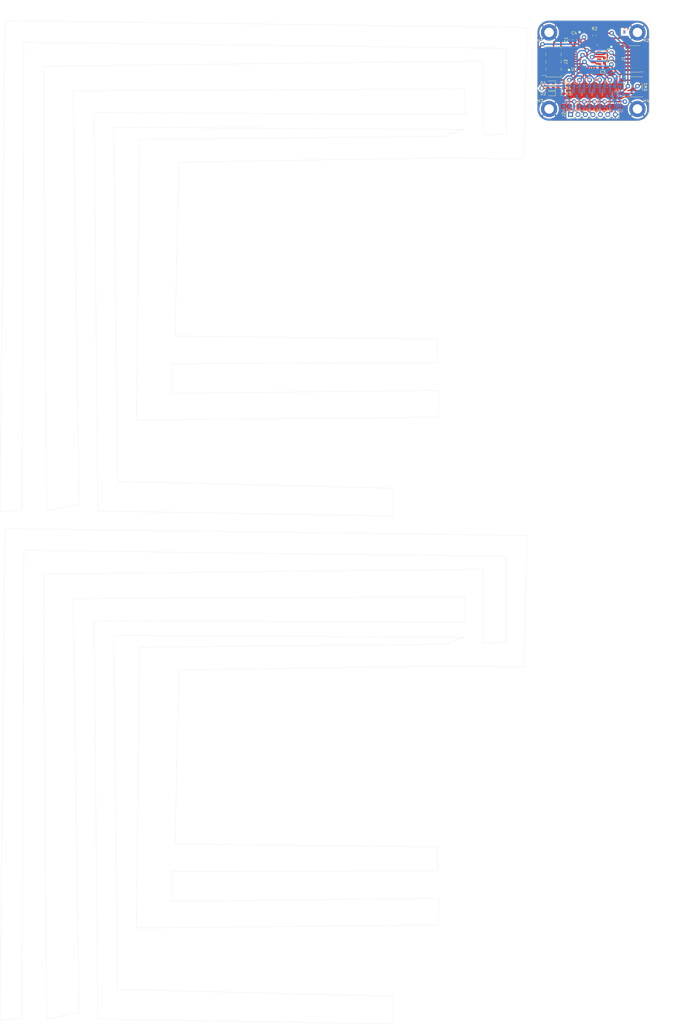
<source format=kicad_pcb>
(kicad_pcb (version 20221018) (generator pcbnew)
  (layers (0 "F.Cu" signal) (31 "B.Cu" signal) (34 "B.Paste" user) (35 "F.Paste" user) (36 "B.SilkS" user "B.Silkscreen") (37 "F.SilkS" user "F.Silkscreen") (38 "B.Mask" user) (39 "F.Mask" user) (44 "Edge.Cuts" user))
  (net 0 "")
  (net 1 "+5V-v2-")
  (net 2 "GND-v2-")
  (net 3 "+3.3V-v2-")
  (net 4 "Net-(D1-K)-v2-")
  (net 6 "Net-(D3-K)-v2-")
  (net 7 "Status_LED-v2-")
  (net 8 "Data_Clock_SNES-v2-")
  (net 9 "Data_Latch_SNES-v2-")
  (net 10 "Net-(D2-K)-v2-")
  (net 11 "Serial_Data1_SNES-v2-")
  (net 12 "Serial_Data2_SNES-v2-")
  (net 13 "SPI_Chip_Select-v2-")
  (net 14 "Chip_Enable-v2-")
  (net 15 "SPI_Digital_Input-v2-")
  (net 16 "SPI_Clock-v2-")
  (net 17 "SPI_Digital_Output-v2-")
  (net 18 "IOBit_SNES-v2-")
  (net 19 "Data_Clock_STM32-v2-")
  (net 20 "Data_Latch_STM32-v2-")
  (net 21 "Appairing_Btn-v2-")
  (net 22 "Net-(U2-BP)-v2-")
  (net 23 "SWDIO-v2-")
  (net 24 "SWDCK-v2-")
  (net 27 "NRST-v2-")
  (net 28 "USART2_RX-v2-")
  (net 29 "USART2_TX-v2-")
  (net 30 "Serial_Data1_STM32-v2-")
  (net 31 "IOBit_STM32-v2-")
  (net 32 "Serial_Data2_STM32-v2-")
  (footprint "Resistor_SMD:R_0603_1608Metric_Pad0.98x0.95mm_HandSolder" (layer "F.Cu") (at 203.17 6.32 90)
    (fp_text reference "R2")
    (fp_text value "10k")
  )
  (footprint "Button_Switch_SMD:SW_SPST_B3S-1000" (layer "F.Cu") (at 216.25 23.75 180)
    (fp_text reference "SW1")
    (fp_text value "SW_SPST")
  )
  (footprint "MountingHole:MountingHole_3.2mm_M3_DIN965_Pad" (layer "F.Cu") (at 187.75 5.25)
    (fp_text reference "H1")
    (fp_text value "MountingHole_Pad")
  )
  (footprint "Diode_SMD:D_0603_1608Metric_Pad1.05x0.95mm_HandSolder" (layer "F.Cu") (at 188.26875 22.45 180)
    (fp_text reference "D1")
    (fp_text value "LED_Small")
  )
  (footprint "Resistor_SMD:R_0603_1608Metric_Pad0.98x0.95mm_HandSolder" (layer "F.Cu") (at 191.76875 26.05)
    (fp_text reference "R3")
    (fp_text value "1k")
  )
  (footprint "Connector_PinSocket_2.54mm:PinSocket_2x04_P2.54mm_Vertical_SMD" (layer "F.Cu") (at 189.25 15.25 180)
    (fp_text reference "J3")
    (fp_text value "Conn_01x08_Socket")
  )
  (footprint "Capacitor_SMD:C_0603_1608Metric_Pad1.08x0.95mm_HandSolder" (layer "F.Cu") (at 196.55 7.75 90)
    (fp_text reference "C4")
    (fp_text value "100n")
  )
  (footprint "Resistor_SMD:R_0603_1608Metric_Pad0.98x0.95mm_HandSolder" (layer "F.Cu") (at 191.76875 22.45)
    (fp_text reference "R1")
    (fp_text value "1k")
  )
  (footprint "Connector_PinHeader_1.27mm:PinHeader_2x07_P1.27mm_Vertical_SMD" (layer "F.Cu") (at 216.75 14.25 180)
    (fp_text reference "J1")
    (fp_text value "Conn_02x07_Odd_Even")
  )
  (footprint "Diode_SMD:D_0603_1608Metric_Pad1.05x0.95mm_HandSolder" (layer "F.Cu") (at 188.26875 24.25 180)
    (fp_text reference "D3")
    (fp_text value "LED")
  )
  (footprint "Capacitor_SMD:C_0603_1608Metric_Pad1.08x0.95mm_HandSolder" (layer "F.Cu") (at 206.0025 17.19)
    (fp_text reference "C3")
    (fp_text value "100n")
  )
  (footprint "Resistor_SMD:R_0603_1608Metric_Pad0.98x0.95mm_HandSolder" (layer "F.Cu") (at 191.76875 24.25)
    (fp_text reference "R4")
    (fp_text value "1k")
  )
  (footprint "Capacitor_SMD:C_0603_1608Metric_Pad1.08x0.95mm_HandSolder" (layer "F.Cu") (at 195.05 7.75 90)
    (fp_text reference "C1")
    (fp_text value "10u")
  )
  (footprint "MountingHole:MountingHole_3.2mm_M3_DIN965_Pad" (layer "F.Cu") (at 187.75 31.25)
    (fp_text reference "H3")
    (fp_text value "MountingHole_Pad")
  )
  (footprint "Package_QFP:LQFP-32_7x7mm_P0.8mm" (layer "F.Cu") (at 200.6 13.15 180)
    (fp_text reference "U1")
    (fp_text value "STM32L412KBTx")
  )
  (footprint "Diode_SMD:D_0603_1608Metric_Pad1.05x0.95mm_HandSolder" (layer "F.Cu") (at 188.26875 26.05 180)
    (fp_text reference "D2")
    (fp_text value "LED_Small")
  )
  (footprint "MountingHole:MountingHole_3.2mm_M3_DIN965_Pad" (layer "F.Cu") (at 217.75 5.25)
    (fp_text reference "H2")
    (fp_text value "MountingHole_Pad")
  )
  (footprint "Capacitor_SMD:C_0603_1608Metric_Pad1.08x0.95mm_HandSolder" (layer "F.Cu") (at 206.51 14.8025 90)
    (fp_text reference "C2")
    (fp_text value "100n")
  )
  (footprint "Connector_PinHeader_2.54mm:PinHeader_1x07_P2.54mm_Vertical" (layer "F.Cu") (at 195 33.15 90)
    (fp_text reference "J2")
    (fp_text value "Conn_01x07_Socket")
  )
  (footprint "MountingHole:MountingHole_3.2mm_M3_DIN965_Pad" (layer "F.Cu") (at 217.75 31.25)
    (fp_text reference "H4")
    (fp_text value "MountingHole_Pad")
  )
  (footprint "Capacitor_SMD:C_0603_1608Metric_Pad1.08x0.95mm_HandSolder" (layer "F.Cu") (at 206.51 11.5 90)
    (fp_text reference "C5")
    (fp_text value "100n")
  )
  (footprint "Resistor_SMD:R_0603_1608Metric_Pad0.98x0.95mm_HandSolder" (layer "B.Cu") (at 193.7 30.35)
    (fp_text reference "R10")
    (fp_text value "10k")
  )
  (footprint "Package_SO:MSOP-8_3x3mm_P0.65mm" (layer "B.Cu") (at 211.0125 27.9 -90)
    (fp_text reference "U2")
    (fp_text value "MIC5219-3.3YMM")
  )
  (footprint "Resistor_SMD:R_0603_1608Metric_Pad0.98x0.95mm_HandSolder" (layer "B.Cu") (at 204.05 30.35)
    (fp_text reference "R13")
    (fp_text value "10k")
  )
  (footprint "Resistor_SMD:R_0603_1608Metric_Pad0.98x0.95mm_HandSolder" (layer "B.Cu") (at 197.15 30.35)
    (fp_text reference "R11")
    (fp_text value "10k")
  )
  (footprint "Resistor_SMD:R_0603_1608Metric_Pad0.98x0.95mm_HandSolder" (layer "B.Cu") (at 200.6 23.45)
    (fp_text reference "R7")
    (fp_text value "10k")
  )
  (footprint "Package_TO_SOT_SMD:SOT-23" (layer "B.Cu") (at 193.7 26.15 -90)
    (fp_text reference "Q1")
    (fp_text value "2N7002")
  )
  (footprint "Resistor_SMD:R_0603_1608Metric_Pad0.98x0.95mm_HandSolder" (layer "B.Cu") (at 204.05 23.45)
    (fp_text reference "R8")
    (fp_text value "10k")
  )
  (footprint "Resistor_SMD:R_0603_1608Metric_Pad0.98x0.95mm_HandSolder" (layer "B.Cu") (at 207.5 23.45)
    (fp_text reference "R9")
    (fp_text value "10k")
  )
  (footprint "Resistor_SMD:R_0603_1608Metric_Pad0.98x0.95mm_HandSolder" (layer "B.Cu") (at 193.7 23.45)
    (fp_text reference "R5")
    (fp_text value "10k")
  )
  (footprint "Capacitor_SMD:C_0603_1608Metric_Pad1.08x0.95mm_HandSolder" (layer "B.Cu") (at 210.9 22.2 180)
    (fp_text reference "C7")
    (fp_text value "2.2u")
  )
  (footprint "Package_TO_SOT_SMD:SOT-23" (layer "B.Cu") (at 200.6 26.15 -90)
    (fp_text reference "Q3")
    (fp_text value "2N7002")
  )
  (footprint "Package_TO_SOT_SMD:SOT-23" (layer "B.Cu") (at 197.15 26.15 -90)
    (fp_text reference "Q2")
    (fp_text value "2N7002")
  )
  (footprint "Resistor_SMD:R_0603_1608Metric_Pad0.98x0.95mm_HandSolder" (layer "B.Cu") (at 197.15 23.45)
    (fp_text reference "R6")
    (fp_text value "10k")
  )
  (footprint "Resistor_SMD:R_0603_1608Metric_Pad0.98x0.95mm_HandSolder" (layer "B.Cu") (at 200.6 30.35)
    (fp_text reference "R12")
    (fp_text value "10k")
  )
  (footprint "Resistor_SMD:R_0603_1608Metric_Pad0.98x0.95mm_HandSolder" (layer "B.Cu") (at 207.5 30.35)
    (fp_text reference "R14")
    (fp_text value "10k")
  )
  (footprint "Package_TO_SOT_SMD:SOT-23" (layer "B.Cu") (at 207.5 26.15 -90)
    (fp_text reference "Q5")
    (fp_text value "2N7002")
  )
  (footprint "Package_TO_SOT_SMD:SOT-23" (layer "B.Cu") (at 204.05 26.15 -90)
    (fp_text reference "Q4")
    (fp_text value "2N7002")
  )
  (footprint "Capacitor_SMD:C_0603_1608Metric_Pad1.08x0.95mm_HandSolder" (layer "B.Cu") (at 210.9 23.7 180)
    (fp_text reference "C6")
    (fp_text value "470p")
  )
  (gr_line (start 149.659937 281.86989) (end 60.679937 280.85989) (stroke (width 0.05)) (layer "Edge.Cuts"))
  (gr_line (start 60.679937 280.85989) (end 62.029937 221.76989) (stroke (width 0.05)) (layer "Edge.Cuts"))
  (gr_line (start 165.439937 40.19989) (end 165.439937 15.01989) (stroke (width 0.05)) (layer "Edge.Cuts"))
  (gr_line (start 165.439937 15.01989) (end 16.029937 16.69989) (stroke (width 0.05)) (layer "Edge.Cuts"))
  (gr_line (start 47.589937 309.39989) (end 149.999937 308.38989) (stroke (width 0.05)) (layer "Edge.Cuts"))
  (gr_line (start 159.059937 24.41989) (end 159.399937 33.14989) (stroke (width 0.05)) (layer "Edge.Cuts"))
  (gr_line (start 26.099937 25.08989) (end 159.059937 24.41989) (stroke (width 0.05)) (layer "Edge.Cuts"))
  (gr_line (start 16.029937 189.19989) (end 17.039937 340.28989) (stroke (width 0.05)) (layer "Edge.Cuts"))
  (gr_line (start 2.929937 173.74989) (end 1.249937 340.62989) (stroke (width 0.05)) (layer "Edge.Cuts"))
  (gr_line (start 41.209937 157.71989) (end 39.869937 37.50989) (stroke (width 0.05)) (layer "Edge.Cuts"))
  (gr_line (start 134.889937 341.96989) (end 134.889937 332.56989) (stroke (width 0.05)) (layer "Edge.Cuts"))
  (gr_line (start 28.119937 165.43989) (end 26.099937 25.08989) (stroke (width 0.05)) (layer "Edge.Cuts"))
  (gr_line (start 134.889937 332.56989) (end 41.209937 330.21989) (stroke (width 0.05)) (layer "Edge.Cuts"))
  (gr_line (start 48.599937 41.53989) (end 47.589937 136.89989) (stroke (width 0.05)) (layer "Edge.Cuts"))
  (gr_line (start 59.679937 300.32989) (end 59.679937 290.25989) (stroke (width 0.05)) (layer "Edge.Cuts"))
  (gr_line (start 159.399937 33.14989) (end 33.149937 32.47989) (stroke (width 0.05)) (layer "Edge.Cuts"))
  (gr_line (start 34.489937 167.78989) (end 134.889937 169.46989) (stroke (width 0.05)) (layer "Edge.Cuts"))
  (gr_line (start 158.729937 210.68989) (end 152.349937 213.03989) (stroke (width 0.05)) (layer "Edge.Cuts"))
  (gr_line (start 62.029937 49.26989) (end 153.019937 47.91989) (stroke (width 0.05)) (layer "Edge.Cuts"))
  (gr_line (start 9.309937 181.13989) (end 173.159937 183.14989) (stroke (width 0.05)) (layer "Edge.Cuts"))
  (gr_line (start 217.75 35.25) (end 187.75 35.25) (stroke (width 0.1)) (layer "Edge.Cuts"))
  (gr_line (start 41.209937 330.21989) (end 39.869937 210.00989) (stroke (width 0.05)) (layer "Edge.Cuts"))
  (gr_line (start 16.029937 16.69989) (end 17.039937 167.78989) (stroke (width 0.05)) (layer "Edge.Cuts"))
  (gr_line (start 8.639937 167.44989) (end 9.309937 8.63989) (stroke (width 0.05)) (layer "Edge.Cuts"))
  (gr_line (start 152.349937 40.53989) (end 48.599937 41.53989) (stroke (width 0.05)) (layer "Edge.Cuts"))
  (gr_line (start 39.869937 37.50989) (end 158.729937 38.18989) (stroke (width 0.05)) (layer "Edge.Cuts"))
  (gr_line (start 134.889937 160.06989) (end 41.209937 157.71989) (stroke (width 0.05)) (layer "Edge.Cuts"))
  (gr_line (start 180.219937 3.59989) (end 2.929937 1.24989) (stroke (width 0.05)) (layer "Edge.Cuts"))
  (gr_line (start 152.349937 213.03989) (end 48.599937 214.03989) (stroke (width 0.05)) (layer "Edge.Cuts"))
  (gr_line (start 9.309937 8.63989) (end 173.159937 10.64989) (stroke (width 0.05)) (layer "Edge.Cuts"))
  (gr_line (start 180.219937 176.09989) (end 2.929937 173.74989) (stroke (width 0.05)) (layer "Edge.Cuts"))
  (gr_line (start 159.059937 196.91989) (end 159.399937 205.64989) (stroke (width 0.05)) (layer "Edge.Cuts"))
  (gr_line (start 149.659937 109.36989) (end 60.679937 108.35989) (stroke (width 0.05)) (layer "Edge.Cuts"))
  (gr_line (start 60.679937 108.35989) (end 62.029937 49.26989) (stroke (width 0.05)) (layer "Edge.Cuts"))
  (gr_line (start 62.029937 221.76989) (end 153.019937 220.41989) (stroke (width 0.05)) (layer "Edge.Cuts"))
  (gr_line (start 173.159937 183.14989) (end 173.159937 212.35989) (stroke (width 0.05)) (layer "Edge.Cuts"))
  (gr_line (start 173.159937 10.64989) (end 173.159937 39.85989) (stroke (width 0.05)) (layer "Edge.Cuts"))
  (gr_line (start 33.149937 32.47989) (end 34.489937 167.78989) (stroke (width 0.05)) (layer "Edge.Cuts"))
  (gr_line (start 33.149937 204.97989) (end 34.489937 340.28989) (stroke (width 0.05)) (layer "Edge.Cuts"))
  (gr_line (start 2.929937 1.24989) (end 1.249937 168.12989) (stroke (width 0.05)) (layer "Edge.Cuts"))
  (gr_line (start 153.019937 47.91989) (end 179.209937 48.25989) (stroke (width 0.05)) (layer "Edge.Cuts"))
  (gr_line (start 149.999937 289.92989) (end 149.659937 281.86989) (stroke (width 0.05)) (layer "Edge.Cuts"))
  (gr_line (start 39.869937 210.00989) (end 158.729937 210.68989) (stroke (width 0.05)) (layer "Edge.Cuts"))
  (gr_line (start 26.099937 197.58989) (end 159.059937 196.91989) (stroke (width 0.05)) (layer "Edge.Cuts"))
  (gr_line (start 149.999937 308.38989) (end 150.329937 299.32989) (stroke (width 0.05)) (layer "Edge.Cuts"))
  (gr_line (start 173.159937 212.35989) (end 165.439937 212.69989) (stroke (width 0.05)) (layer "Edge.Cuts"))
  (gr_line (start 150.329937 126.82989) (end 59.679937 127.82989) (stroke (width 0.05)) (layer "Edge.Cuts"))
  (gr_arc (start 187.75 35.25) (mid 184.921573 34.078427) (end 183.75 31.25) (stroke (width 0.1)) (layer "Edge.Cuts"))
  (gr_line (start 165.439937 187.51989) (end 16.029937 189.19989) (stroke (width 0.05)) (layer "Edge.Cuts"))
  (gr_line (start 179.209937 220.75989) (end 180.219937 176.09989) (stroke (width 0.05)) (layer "Edge.Cuts"))
  (gr_line (start 187.75 1.25) (end 217.75 1.25) (stroke (width 0.1)) (layer "Edge.Cuts"))
  (gr_arc (start 217.75 1.25) (mid 220.578427 2.421573) (end 221.75 5.25) (stroke (width 0.1)) (layer "Edge.Cuts"))
  (gr_line (start 159.399937 205.64989) (end 33.149937 204.97989) (stroke (width 0.05)) (layer "Edge.Cuts"))
  (gr_line (start 153.019937 220.41989) (end 179.209937 220.75989) (stroke (width 0.05)) (layer "Edge.Cuts"))
  (gr_line (start 149.999937 135.88989) (end 150.329937 126.82989) (stroke (width 0.05)) (layer "Edge.Cuts"))
  (gr_line (start 8.639937 339.94989) (end 9.309937 181.13989) (stroke (width 0.05)) (layer "Edge.Cuts"))
  (gr_line (start 134.889937 169.46989) (end 134.889937 160.06989) (stroke (width 0.05)) (layer "Edge.Cuts"))
  (gr_line (start 165.439937 212.69989) (end 165.439937 187.51989) (stroke (width 0.05)) (layer "Edge.Cuts"))
  (gr_line (start 59.679937 290.25989) (end 149.999937 289.92989) (stroke (width 0.05)) (layer "Edge.Cuts"))
  (gr_line (start 173.159937 39.85989) (end 165.439937 40.19989) (stroke (width 0.05)) (layer "Edge.Cuts"))
  (gr_line (start 28.119937 337.93989) (end 26.099937 197.58989) (stroke (width 0.05)) (layer "Edge.Cuts"))
  (gr_line (start 47.589937 136.89989) (end 149.999937 135.88989) (stroke (width 0.05)) (layer "Edge.Cuts"))
  (gr_line (start 158.729937 38.18989) (end 152.349937 40.53989) (stroke (width 0.05)) (layer "Edge.Cuts"))
  (gr_line (start 1.249937 168.12989) (end 8.639937 167.44989) (stroke (width 0.05)) (layer "Edge.Cuts"))
  (gr_line (start 17.039937 167.78989) (end 28.119937 165.43989) (stroke (width 0.05)) (layer "Edge.Cuts"))
  (gr_line (start 34.489937 340.28989) (end 134.889937 341.96989) (stroke (width 0.05)) (layer "Edge.Cuts"))
  (gr_line (start 221.75 5.25) (end 221.75 31.25) (stroke (width 0.1)) (layer "Edge.Cuts"))
  (gr_line (start 179.209937 48.25989) (end 180.219937 3.59989) (stroke (width 0.05)) (layer "Edge.Cuts"))
  (gr_line (start 1.249937 340.62989) (end 8.639937 339.94989) (stroke (width 0.05)) (layer "Edge.Cuts"))
  (gr_line (start 150.329937 299.32989) (end 59.679937 300.32989) (stroke (width 0.05)) (layer "Edge.Cuts"))
  (gr_line (start 17.039937 340.28989) (end 28.119937 337.93989) (stroke (width 0.05)) (layer "Edge.Cuts"))
  (gr_line (start 149.999937 117.42989) (end 149.659937 109.36989) (stroke (width 0.05)) (layer "Edge.Cuts"))
  (gr_line (start 59.679937 127.82989) (end 59.679937 117.75989) (stroke (width 0.05)) (layer "Edge.Cuts"))
  (gr_arc (start 221.75 31.25) (mid 220.578427 34.078427) (end 217.75 35.25) (stroke (width 0.1)) (layer "Edge.Cuts"))
  (gr_line (start 48.599937 214.03989) (end 47.589937 309.39989) (stroke (width 0.05)) (layer "Edge.Cuts"))
  (gr_line (start 59.679937 117.75989) (end 149.999937 117.42989) (stroke (width 0.05)) (layer "Edge.Cuts"))
  (gr_arc (start 183.75 5.25) (mid 184.921573 2.421573) (end 187.75 1.25) (stroke (width 0.1)) (layer "Edge.Cuts"))
  (gr_line (start 183.75 31.25) (end 183.75 5.25) (stroke (width 0.1)) (layer "Edge.Cuts"))
  (gr_text "T" (at 212.75 5.75) (layer "F.Cu") (effects (font (size 1 1)) (justify left bottom)))
  (gr_text "SNES Plug" (at 205.75 3.75) (layer "F.Cu") (effects (font (size 1 1)) (justify left bottom)))
  (gr_text "B" (at 212.75 5.75) (layer "B.Cu") (effects (font (size 1 1)) (justify left bottom)))
  (segment (start 190.25 27.5) (end 191.5 28.75) (width 0.5) (layer "F.Cu") (net 1))
  (segment (start 188.809189 27.5) (end 190.25 27.5) (width 0.5) (layer "F.Cu") (net 1))
  (segment (start 187.39375 26.084561) (end 188.809189 27.5) (width 0.5) (layer "F.Cu") (net 1))
  (segment (start 191.5 28.75) (end 196.2375 28.75) (width 0.5) (layer "F.Cu") (net 1))
  (segment (start 203.1375 28.75) (end 206.5875 28.75) (width 0.5) (layer "F.Cu") (net 1))
  (segment (start 206.5875 28.75) (end 213.5 28.75) (width 0.5) (layer "F.Cu") (net 1))
  (segment (start 196.2375 28.75) (end 199.6875 28.75) (width 0.3) (layer "F.Cu") (net 1))
  (segment (start 187.39375 26.05) (end 187.39375 26.084561) (width 0.5) (layer "F.Cu") (net 1))
  (segment (start 196.2375 28.75) (end 196.2375 31.9125) (width 0.5) (layer "F.Cu") (net 1))
  (segment (start 196.2375 31.9125) (end 195 33.15) (width 0.5) (layer "F.Cu") (net 1))
  (segment (start 203.1375 28.75) (end 199.6875 28.75) (width 0.5) (layer "F.Cu") (net 1))
  (via (at 199.6875 28.75) (size 1.6) (drill 0.8) (layers "F.Cu" "B.Cu") (net 1))
  (via (at 206.5875 28.75) (size 1.6) (drill 0.8) (layers "F.Cu" "B.Cu") (net 1))
  (via (at 213.5 28.75) (size 1.6) (drill 0.8) (layers "F.Cu" "B.Cu") (net 1))
  (via (at 203.1375 28.75) (size 1.6) (drill 0.8) (layers "F.Cu" "B.Cu") (net 1))
  (via (at 196.2375 28.75) (size 1.6) (drill 0.8) (layers "F.Cu" "B.Cu") (net 1))
  (segment (start 206.5875 28.75) (end 206.5875 30.35) (width 0.5) (layer "B.Cu") (net 1))
  (segment (start 213.5 28.75) (end 213.4 28.65) (width 0.5) (layer "B.Cu") (net 1))
  (segment (start 196.2375 30.35) (end 196.2375 28.75) (width 0.5) (layer "B.Cu") (net 1))
  (segment (start 213.4 28.65) (end 212.106739 28.65) (width 0.5) (layer "B.Cu") (net 1))
  (segment (start 203.1375 28.75) (end 203.1375 30.35) (width 0.5) (layer "B.Cu") (net 1))
  (segment (start 199.6875 28.75) (end 199.6875 30.35) (width 0.5) (layer "B.Cu") (net 1))
  (segment (start 195 32.5625) (end 192.7875 30.35) (width 0.5) (layer "B.Cu") (net 1))
  (segment (start 212.106739 28.65) (end 210.6875 27.230761) (width 0.5) (layer "B.Cu") (net 1))
  (segment (start 210.6875 25.7875) (end 210.6875 27.230761) (width 0.3) (layer "B.Cu") (net 1))
  (segment (start 195 33.15) (end 195 32.5625) (width 0.5) (layer "B.Cu") (net 1))
  (segment (start 198.1 5.15) (end 197.8 5.45) (width 0.5) (layer "F.Cu") (net 2))
  (segment (start 204.29 18.215) (end 205.84 18.215) (width 0.5) (layer "F.Cu") (net 2))
  (segment (start 203.4 17.325) (end 204.29 18.215) (width 0.5) (layer "F.Cu") (net 2))
  (segment (start 207.535 11.6625) (end 206.51 10.6375) (width 0.5) (layer "F.Cu") (net 2))
  (segment (start 193.44 19.06) (end 191.77 19.06) (width 0.5) (layer "F.Cu") (net 2))
  (segment (start 196.55 6.8875) (end 196.55 6.7) (width 0.5) (layer "F.Cu") (net 2))
  (segment (start 196.55 6.7) (end 198.1 5.15) (width 0.5) (layer "F.Cu") (net 2))
  (segment (start 206.51 15.665) (end 206.51 15.591193) (width 0.5) (layer "F.Cu") (net 2))
  (segment (start 206.865 16.02) (end 206.51 15.665) (width 0.5) (layer "F.Cu") (net 2))
  (segment (start 205.84 18.215) (end 206.865 17.19) (width 0.5) (layer "F.Cu") (net 2))
  (segment (start 194.5 18) (end 193.44 19.06) (width 0.5) (layer "F.Cu") (net 2))
  (segment (start 206.865 17.19) (end 206.865 16.02) (width 0.5) (layer "F.Cu") (net 2))
  (segment (start 197.8 5.45) (end 197.8 8.975) (width 0.5) (layer "F.Cu") (net 2))
  (segment (start 208.899189 10.15) (end 208.411689 10.6375) (width 0.5) (layer "F.Cu") (net 2))
  (segment (start 206.51 15.591193) (end 207.535 14.566193) (width 0.5) (layer "F.Cu") (net 2))
  (segment (start 195.05 6.8875) (end 196.55 6.8875) (width 0.5) (layer "F.Cu") (net 2))
  (segment (start 207.535 14.566193) (end 207.535 11.6625) (width 0.5) (layer "F.Cu") (net 2))
  (segment (start 208.411689 10.6375) (end 206.51 10.6375) (width 0.5) (layer "F.Cu") (net 2))
  (via (at 194.5 18) (size 1.6) (drill 0.8) (layers "F.Cu" "B.Cu") (net 2))
  (via (at 210.0375 20.15) (size 1.6) (drill 0.8) (layers "F.Cu" "B.Cu") (net 2))
  (via (at 198.1 5.15) (size 1.6) (drill 0.8) (layers "F.Cu" "B.Cu") (net 2))
  (via (at 208.899189 10.15) (size 1.6) (drill 0.8) (layers "F.Cu" "B.Cu") (net 2))
  (segment (start 206.15 10.15) (end 201.15 5.15) (width 0.5) (layer "B.Cu") (net 2))
  (segment (start 210.0375 22.2) (end 210.0375 23.7) (width 0.5) (layer "B.Cu") (net 2))
  (segment (start 210.0375 22.2) (end 210.0375 20.15) (width 0.5) (layer "B.Cu") (net 2))
  (segment (start 201.15 5.15) (end 198.1 5.15) (width 0.5) (layer "B.Cu") (net 2))
  (segment (start 208.899189 10.15) (end 206.15 10.15) (width 0.5) (layer "B.Cu") (net 2))
  (segment (start 210.0375 20.1875) (end 210 20.15) (width 0.5) (layer "B.Cu") (net 2))
  (segment (start 203.420406 15.5) (end 202.290811 15.5) (width 0.5) (layer "F.Cu") (net 3))
  (segment (start 217.75 23.5) (end 218.225 23.5) (width 0.5) (layer "F.Cu") (net 3))
  (segment (start 185.25 24.25) (end 185.25 20.54) (width 0.5) (layer "F.Cu") (net 3))
  (segment (start 205.14 16.315) (end 204.775 15.95) (width 0.5) (layer "F.Cu") (net 3))
  (segment (start 199.55 10.35) (end 196.425 10.35) (width 0.5) (layer "F.Cu") (net 3))
  (segment (start 200.6 11.4) (end 199.55 10.35) (width 0.5) (layer "F.Cu") (net 3))
  (segment (start 200.6 13.809189) (end 200.6 11.4) (width 0.5) (layer "F.Cu") (net 3))
  (segment (start 220.225 21.5) (end 220.75 20.975) (width 0.5) (layer "F.Cu") (net 3))
  (segment (start 204.775 15.95) (end 203.870406 15.95) (width 0.5) (layer "F.Cu") (net 3))
  (segment (start 196.425 10.35) (end 196.425 8.7375) (width 0.5) (layer "F.Cu") (net 3))
  (segment (start 196.425 8.7375) (end 196.55 8.6125) (width 0.5) (layer "F.Cu") (net 3))
  (segment (start 203.870406 15.95) (end 203.420406 15.5) (width 0.5) (layer "F.Cu") (net 3))
  (segment (start 206.51 12.3625) (end 206.1225 12.75) (width 0.5) (layer "F.Cu") (net 3))
  (segment (start 206.1225 12.75) (end 204.775 12.75) (width 0.5) (layer "F.Cu") (net 3))
  (segment (start 202.4 11.4) (end 200.6 11.4) (width 0.5) (layer "F.Cu") (net 3))
  (segment (start 220.4 16.79) (end 220.75 17.14) (width 0.5) (layer "F.Cu") (net 3))
  (segment (start 220.75 20.975) (end 220.75 17.14) (width 0.5) (layer "F.Cu") (net 3))
  (segment (start 185.25 20.54) (end 186.73 19.06) (width 0.5) (layer "F.Cu") (net 3))
  (segment (start 187.39375 24.25) (end 185.25 24.25) (width 0.5) (layer "F.Cu") (net 3))
  (segment (start 202.290811 15.5) (end 200.6 13.809189) (width 0.5) (layer "F.Cu") (net 3))
  (segment (start 195.05 8.6125) (end 195.05 8.975) (width 0.5) (layer "F.Cu") (net 3))
  (segment (start 205.14 17.19) (end 205.14 16.315) (width 0.5) (layer "F.Cu") (net 3))
  (segment (start 218.225 23.5) (end 220.225 21.5) (width 0.5) (layer "F.Cu") (net 3))
  (segment (start 195.05 8.975) (end 196.425 10.35) (width 0.5) (layer "F.Cu") (net 3))
  (segment (start 212.275 21.5) (end 220.225 21.5) (width 0.5) (layer "F.Cu") (net 3))
  (segment (start 218.7 16.79) (end 220.4 16.79) (width 0.5) (layer "F.Cu") (net 3))
  (segment (start 204.775 12.75) (end 203.75 12.75) (width 0.5) (layer "F.Cu") (net 3))
  (segment (start 203.75 12.75) (end 202.4 11.4) (width 0.5) (layer "F.Cu") (net 3))
  (via (at 185.25 24.25) (size 1.6) (drill 0.8) (layers "F.Cu" "B.Cu") (net 3))
  (via (at 200.6 11.4) (size 1.6) (drill 0.8) (layers "F.Cu" "B.Cu") (net 3))
  (via (at 217.75 23.5) (size 1.6) (drill 0.8) (layers "F.Cu" "B.Cu") (net 3))
  (segment (start 203.1 25.2125) (end 203.1 23.4875) (width 0.5) (layer "B.Cu") (net 3))
  (segment (start 200.6 11.4) (end 198.35 11.4) (width 0.5) (layer "B.Cu") (net 3))
  (segment (start 199.65 23.4875) (end 199.6875 23.45) (width 0.5) (layer "B.Cu") (net 3))
  (segment (start 214.743261 26.506739) (end 213 26.506739) (width 0.5) (layer "B.Cu") (net 3))
  (segment (start 206.5875 21.115811) (end 205.521689 20.05) (width 0.5) (layer "B.Cu") (net 3))
  (segment (start 197.303311 20.05) (end 196.2375 21.115811) (width 0.5) (layer "B.Cu") (net 3))
  (segment (start 195.171689 20.05) (end 196.2375 21.115811) (width 0.5) (layer "B.Cu") (net 3))
  (segment (start 199.6875 21.115811) (end 200.753311 20.05) (width 0.5) (layer "B.Cu") (net 3))
  (segment (start 210.596689 18.8) (end 208.903311 18.8) (width 0.5) (layer "B.Cu") (net 3))
  (segment (start 194.053311 20.05) (end 195.171689 20.05) (width 0.5) (layer "B.Cu") (net 3))
  (segment (start 186.05 23.45) (end 192.7875 23.45) (width 0.5) (layer "B.Cu") (net 3))
  (segment (start 211.7625 19.965811) (end 210.596689 18.8) (width 0.5) (layer "B.Cu") (net 3))
  (segment (start 203.1375 21.115811) (end 203.1375 23.45) (width 0.5) (layer "B.Cu") (net 3))
  (segment (start 206.5875 23.45) (end 206.5875 21.115811) (width 0.5) (layer "B.Cu") (net 3))
  (segment (start 196.2 25.2125) (end 196.2 23.4875) (width 0.5) (layer "B.Cu") (net 3))
  (segment (start 199.6875 23.45) (end 199.6875 21.115811) (width 0.5) (layer "B.Cu") (net 3))
  (segment (start 206.55 23.4875) (end 206.5875 23.45) (width 0.5) (layer "B.Cu") (net 3))
  (segment (start 199.6875 21.115811) (end 198.621689 20.05) (width 0.5) (layer "B.Cu") (net 3))
  (segment (start 192.75 25.2125) (end 192.75 23.4875) (width 0.5) (layer "B.Cu") (net 3))
  (segment (start 214.743261 26.506739) (end 217.75 23.5) (width 0.5) (layer "B.Cu") (net 3))
  (segment (start 192.75 23.4875) (end 192.7875 23.45) (width 0.5) (layer "B.Cu") (net 3))
  (segment (start 211.3375 25.7875) (end 211.3375 26.727817) (width 0.3) (layer "B.Cu") (net 3))
  (segment (start 208.903311 18.8) (end 206.5875 21.115811) (width 0.5) (layer "B.Cu") (net 3))
  (segment (start 205.521689 20.05) (end 204.203311 20.05) (width 0.5) (layer "B.Cu") (net 3))
  (segment (start 185.25 24.25) (end 186.05 23.45) (width 0.5) (layer "B.Cu") (net 3))
  (segment (start 192.7875 21.315811) (end 194.053311 20.05) (width 0.5) (layer "B.Cu") (net 3))
  (segment (start 212.356739 27.15) (end 211.759683 27.15) (width 0.5) (layer "B.Cu") (net 3))
  (segment (start 203.1 23.4875) (end 203.1375 23.45) (width 0.5) (layer "B.Cu") (net 3))
  (segment (start 213 26.506739) (end 212.356739 27.15) (width 0.5) (layer "B.Cu") (net 3))
  (segment (start 200.753311 20.05) (end 202.071689 20.05) (width 0.5) (layer "B.Cu") (net 3))
  (segment (start 212.45 22.2) (end 211.7625 22.2) (width 0.5) (layer "B.Cu") (net 3))
  (segment (start 197.303311 12.446689) (end 197.303311 20.05) (width 0.5) (layer "B.Cu") (net 3))
  (segment (start 199.65 25.2125) (end 199.65 23.4875) (width 0.5) (layer "B.Cu") (net 3))
  (segment (start 206.55 25.2125) (end 206.55 23.4875) (width 0.5) (layer "B.Cu") (net 3))
  (segment (start 211.3375 26.727817) (end 211.759683 27.15) (width 0.3) (layer "B.Cu") (net 3))
  (segment (start 211.7625 22.2) (end 211.7625 19.965811) (width 0.5) (layer "B.Cu") (net 3))
  (segment (start 196.2375 21.115811) (end 196.2375 23.45) (width 0.5) (layer "B.Cu") (net 3))
  (segment (start 196.2 23.4875) (end 196.2375 23.45) (width 0.5) (layer "B.Cu") (net 3))
  (segment (start 198.35 11.4) (end 197.303311 12.446689) (width 0.5) (layer "B.Cu") (net 3))
  (segment (start 202.071689 20.05) (end 203.1375 21.115811) (width 0.5) (layer "B.Cu") (net 3))
  (segment (start 213 26.506739) (end 213 22.75) (width 0.5) (layer "B.Cu") (net 3))
  (segment (start 213 22.75) (end 212.45 22.2) (width 0.5) (layer "B.Cu") (net 3))
  (segment (start 198.621689 20.05) (end 197.303311 20.05) (width 0.5) (layer "B.Cu") (net 3))
  (segment (start 192.7875 23.45) (end 192.7875 21.315811) (width 0.5) (layer "B.Cu") (net 3))
  (segment (start 204.203311 20.05) (end 203.1375 21.115811) (width 0.5) (layer "B.Cu") (net 3))
  (segment (start 190.85625 22.45) (end 189.14375 22.45) (width 0.5) (layer "F.Cu") (net 4))
  (segment (start 190.85625 24.25) (end 189.14375 24.25) (width 0.5) (layer "F.Cu") (net 6))
  (segment (start 188.41875 21.425) (end 192.575 21.425) (width 0.5) (layer "F.Cu") (net 7))
  (segment (start 187.39375 22.45) (end 188.41875 21.425) (width 0.5) (layer "F.Cu") (net 7))
  (segment (start 194 20) (end 195.125 20) (width 0.5) (layer "F.Cu") (net 7))
  (segment (start 195.125 20) (end 197.8 17.325) (width 0.5) (layer "F.Cu") (net 7))
  (segment (start 192.575 21.425) (end 194 20) (width 0.5) (layer "F.Cu") (net 7))
  (segment (start 197.54 33.15) (end 197.54 32.54) (width 0.5) (layer "B.Cu") (net 8))
  (segment (start 196.0125 31.75) (end 194.6125 30.35) (width 0.5) (layer "B.Cu") (net 8))
  (segment (start 194.6125 30.35) (end 194.6125 28) (width 0.5) (layer "B.Cu") (net 8))
  (segment (start 197.54 32.54) (end 196.75 31.75) (width 0.5) (layer "B.Cu") (net 8))
  (segment (start 194.6125 28) (end 193.7 27.0875) (width 0.5) (layer "B.Cu") (net 8))
  (segment (start 196.75 31.75) (end 196.0125 31.75) (width 0.5) (layer "B.Cu") (net 8))
  (segment (start 198.0625 30.35) (end 198.0625 31.2125) (width 0.5) (layer "B.Cu") (net 9))
  (segment (start 198.0625 28) (end 197.15 27.0875) (width 0.5) (layer "B.Cu") (net 9))
  (segment (start 198.0625 31.2125) (end 200 33.15) (width 0.5) (layer "B.Cu") (net 9))
  (segment (start 198.0625 30.35) (end 198.0625 28) (width 0.5) (layer "B.Cu") (net 9))
  (segment (start 189.14375 26.05) (end 190.85625 26.05) (width 0.5) (layer "F.Cu") (net 10))
  (segment (start 201.5125 32.1625) (end 202.5 33.15) (width 0.5) (layer "B.Cu") (net 11))
  (segment (start 201.5125 30.35) (end 201.5125 28) (width 0.5) (layer "B.Cu") (net 11))
  (segment (start 201.5125 28) (end 200.6 27.0875) (width 0.5) (layer "B.Cu") (net 11))
  (segment (start 201.5125 30.35) (end 201.5125 32.1625) (width 0.5) (layer "B.Cu") (net 11))
  (segment (start 204.9625 30.35) (end 204.9625 33.1125) (width 0.5) (layer "B.Cu") (net 12))
  (segment (start 204.9625 30.35) (end 204.9625 28) (width 0.5) (layer "B.Cu") (net 12))
  (segment (start 204.9625 33.1125) (end 205 33.15) (width 0.5) (layer "B.Cu") (net 12))
  (segment (start 204.9625 28) (end 204.05 27.0875) (width 0.5) (layer "B.Cu") (net 12))
  (segment (start 193.5 15.25) (end 188 15.25) (width 0.5) (layer "F.Cu") (net 13))
  (segment (start 188 15.25) (end 186.73 16.52) (width 0.5) (layer "F.Cu") (net 13))
  (segment (start 194 12) (end 194 14.75) (width 0.5) (layer "F.Cu") (net 13))
  (segment (start 194.85 11.15) (end 194 12) (width 0.5) (layer "F.Cu") (net 13))
  (segment (start 196.425 11.15) (end 194.85 11.15) (width 0.5) (layer "F.Cu") (net 13))
  (segment (start 194 14.75) (end 193.5 15.25) (width 0.5) (layer "F.Cu") (net 13))
  (segment (start 195.520406 11.95) (end 196.425 11.95) (width 0.5) (layer "F.Cu") (net 14))
  (segment (start 195.125 15.625) (end 195.125 12.345406) (width 0.5) (layer "F.Cu") (net 14))
  (segment (start 194.23 16.52) (end 195.125 15.625) (width 0.5) (layer "F.Cu") (net 14))
  (segment (start 195.125 12.345406) (end 195.520406 11.95) (width 0.5) (layer "F.Cu") (net 14))
  (segment (start 191.77 16.52) (end 194.23 16.52) (width 0.5) (layer "F.Cu") (net 14))
  (segment (start 201 6) (end 201 8.975) (width 0.5) (layer "F.Cu") (net 15))
  (segment (start 191.77 8.516307) (end 196.486307 3.8) (width 0.5) (layer "F.Cu") (net 15))
  (segment (start 196.486307 3.8) (end 198.8 3.8) (width 0.5) (layer "F.Cu") (net 15))
  (segment (start 198.8 3.8) (end 201 6) (width 0.5) (layer "F.Cu") (net 15))
  (segment (start 191.77 11.44) (end 191.77 8.516307) (width 0.5) (layer "F.Cu") (net 15))
  (segment (start 201.8 4.55) (end 201.8 8.975) (width 0.5) (layer "F.Cu") (net 16))
  (segment (start 189.25 12.46) (end 189.25 9) (width 0.5) (layer "F.Cu") (net 16))
  (segment (start 199.75 2.5) (end 201.8 4.55) (width 0.5) (layer "F.Cu") (net 16))
  (segment (start 190.77 13.98) (end 189.25 12.46) (width 0.5) (layer "F.Cu") (net 16))
  (segment (start 195.75 2.5) (end 199.75 2.5) (width 0.5) (layer "F.Cu") (net 16))
  (segment (start 191.77 13.98) (end 190.77 13.98) (width 0.5) (layer "F.Cu") (net 16))
  (segment (start 189.25 9) (end 195.75 2.5) (width 0.5) (layer "F.Cu") (net 16))
  (segment (start 184.68 10.07) (end 185.5 9.25) (width 0.5) (layer "F.Cu") (net 17))
  (segment (start 186.73 13.98) (end 185.73 13.98) (width 0.5) (layer "F.Cu") (net 17))
  (segment (start 184.68 12.93) (end 184.68 10.07) (width 0.5) (layer "F.Cu") (net 17))
  (segment (start 199.6 6.9) (end 199.6 7.470406) (width 0.5) (layer "F.Cu") (net 17))
  (segment (start 185.73 13.98) (end 184.68 12.93) (width 0.5) (layer "F.Cu") (net 17))
  (segment (start 200.2 8.070406) (end 200.2 8.975) (width 0.5) (layer "F.Cu") (net 17))
  (segment (start 199.6 7.470406) (end 200.2 8.070406) (width 0.5) (layer "F.Cu") (net 17))
  (via (at 185.5 9.25) (size 1.6) (drill 0.8) (layers "F.Cu" "B.Cu") (net 17))
  (via (at 199.6 6.9) (size 1.6) (drill 0.8) (layers "F.Cu" "B.Cu") (net 17))
  (segment (start 185.5 9.25) (end 197.25 9.25) (width 0.5) (layer "B.Cu") (net 17))
  (segment (start 197.25 9.25) (end 199.6 6.9) (width 0.5) (layer "B.Cu") (net 17))
  (segment (start 208.4125 30.35) (end 208.4125 28) (width 0.5) (layer "B.Cu") (net 18))
  (segment (start 208.4125 30.35) (end 208.4125 32.2375) (width 0.5) (layer "B.Cu") (net 18))
  (segment (start 208.4125 32.2375) (end 207.5 33.15) (width 0.5) (layer "B.Cu") (net 18))
  (segment (start 208.4125 28) (end 207.5 27.0875) (width 0.5) (layer "B.Cu") (net 18))
  (segment (start 194.6125 21.4) (end 195.429594 21.4) (width 0.5) (layer "F.Cu") (net 19))
  (segment (start 195.429594 21.4) (end 198.6 18.229594) (width 0.5) (layer "F.Cu") (net 19))
  (segment (start 198.6 18.229594) (end 198.6 17.325) (width 0.5) (layer "F.Cu") (net 19))
  (via (at 194.6125 21.4) (size 1.6) (drill 0.8) (layers "F.Cu" "B.Cu") (net 19))
  (segment (start 194.6125 23.45) (end 194.6125 21.4) (width 0.5) (layer "B.Cu") (net 19))
  (segment (start 194.65 25.2125) (end 194.65 23.4875) (width 0.5) (layer "B.Cu") (net 19))
  (segment (start 194.65 23.4875) (end 194.6125 23.45) (width 0.5) (layer "B.Cu") (net 19))
  (segment (start 198.0625 21.4) (end 199.4 20.0625) (width 0.5) (layer "F.Cu") (net 20))
  (segment (start 199.4 20.0625) (end 199.4 17.325) (width 0.5) (layer "F.Cu") (net 20))
  (via (at 198.0625 21.4) (size 1.6) (drill 0.8) (layers "F.Cu" "B.Cu") (net 20))
  (segment (start 198.1 25.2125) (end 198.1 23.4875) (width 0.5) (layer "B.Cu") (net 20))
  (segment (start 198.0625 23.45) (end 198.0625 21.4) (width 0.5) (layer "B.Cu") (net 20))
  (segment (start 198.1 23.4875) (end 198.0625 23.45) (width 0.5) (layer "B.Cu") (net 20))
  (segment (start 202.6 7.8025) (end 203.17 7.2325) (width 0.5) (layer "F.Cu") (net 21))
  (segment (start 214.5 23.75) (end 212.275 25.975) (width 0.5) (layer "F.Cu") (net 21))
  (segment (start 209 5.5) (end 204.9025 5.5) (width 0.5) (layer "F.Cu") (net 21))
  (segment (start 214.5 23.5) (end 214.5 23.75) (width 0.5) (layer "F.Cu") (net 21))
  (segment (start 220.225 26) (end 212.275 26) (width 0.5) (layer "F.Cu") (net 21))
  (segment (start 202.6 8.975) (end 202.6 7.8025) (width 0.5) (layer "F.Cu") (net 21))
  (segment (start 212.275 25.975) (end 212.275 26) (width 0.5) (layer "F.Cu") (net 21))
  (segment (start 204.9025 5.5) (end 203.17 7.2325) (width 0.5) (layer "F.Cu") (net 21))
  (via (at 209 5.5) (size 1.6) (drill 0.8) (layers "F.Cu" "B.Cu") (net 21))
  (via (at 214.5 23.5) (size 1.6) (drill 0.8) (layers "F.Cu" "B.Cu") (net 21))
  (segment (start 214.5 11) (end 209 5.5) (width 0.5) (layer "B.Cu") (net 21))
  (segment (start 214.5 23.5) (end 214.5 11) (width 0.5) (layer "B.Cu") (net 21))
  (segment (start 211.9875 25.7875) (end 211.9875 23.925) (width 0.3) (layer "B.Cu") (net 22))
  (segment (start 211.9875 23.925) (end 211.7625 23.7) (width 0.3) (layer "B.Cu") (net 22))
  (segment (start 197.329594 15.15) (end 199.1 13.379594) (width 0.5) (layer "F.Cu") (net 23))
  (segment (start 214.8 18.06) (end 212.809189 18.06) (width 0.5) (layer "F.Cu") (net 23))
  (segment (start 212.809189 18.06) (end 208.899189 14.15) (width 0.5) (layer "F.Cu") (net 23))
  (segment (start 196.425 15.15) (end 197.329594 15.15) (width 0.5) (layer "F.Cu") (net 23))
  (segment (start 199.1 13.379594) (end 199.1 13) (width 0.5) (layer "F.Cu") (net 23))
  (via (at 199.1 13) (size 1.6) (drill 0.8) (layers "F.Cu" "B.Cu") (net 23))
  (via (at 208.899189 14.15) (size 1.6) (drill 0.8) (layers "F.Cu" "B.Cu") (net 23))
  (segment (start 199.75 13) (end 201.75 15) (width 0.5) (layer "B.Cu") (net 23))
  (segment (start 208.049189 15) (end 208.899189 14.15) (width 0.5) (layer "B.Cu") (net 23))
  (segment (start 199.1 13) (end 199.75 13) (width 0.5) (layer "B.Cu") (net 23))
  (segment (start 201.75 15) (end 208.049189 15) (width 0.5) (layer "B.Cu") (net 23))
  (segment (start 216.43 19.5) (end 211.5 19.5) (width 0.5) (layer "F.Cu") (net 24))
  (segment (start 217.87 18.06) (end 216.43 19.5) (width 0.5) (layer "F.Cu") (net 24))
  (segment (start 218.7 18.06) (end 217.87 18.06) (width 0.5) (layer "F.Cu") (net 24))
  (segment (start 199.75 15.25) (end 199.05 15.95) (width 0.5) (layer "F.Cu") (net 24))
  (segment (start 208.899189 16.899189) (end 208.899189 16.15) (width 0.5) (layer "F.Cu") (net 24))
  (segment (start 199.05 15.95) (end 196.425 15.95) (width 0.5) (layer "F.Cu") (net 24))
  (segment (start 211.5 19.5) (end 208.899189 16.899189) (width 0.5) (layer "F.Cu") (net 24))
  (via (at 199.75 15.25) (size 1.6) (drill 0.8) (layers "F.Cu" "B.Cu") (net 24))
  (via (at 208.899189 16.15) (size 1.6) (drill 0.8) (layers "F.Cu" "B.Cu") (net 24))
  (segment (start 201.25 16.75) (end 208.299189 16.75) (width 0.5) (layer "B.Cu") (net 24))
  (segment (start 208.299189 16.75) (end 208.899189 16.15) (width 0.5) (layer "B.Cu") (net 24))
  (segment (start 199.75 15.25) (end 201.25 16.75) (width 0.5) (layer "B.Cu") (net 24))
  (segment (start 204.775 13.55) (end 202.45 13.55) (width 0.5) (layer "F.Cu") (net 27))
  (segment (start 209.729189 12.98) (end 208.899189 12.15) (width 0.5) (layer "F.Cu") (net 27))
  (segment (start 202.45 13.55) (end 202.35 13.65) (width 0.5) (layer "F.Cu") (net 27))
  (segment (start 206.51 13.94) (end 206.12 13.55) (width 0.5) (layer "F.Cu") (net 27))
  (segment (start 206.12 13.55) (end 204.775 13.55) (width 0.5) (layer "F.Cu") (net 27))
  (segment (start 214.8 12.98) (end 209.729189 12.98) (width 0.5) (layer "F.Cu") (net 27))
  (via (at 208.899189 12.15) (size 1.6) (drill 0.8) (layers "F.Cu" "B.Cu") (net 27))
  (via (at 202.35 13.65) (size 1.6) (drill 0.8) (layers "F.Cu" "B.Cu") (net 27))
  (segment (start 203.85 12.15) (end 202.35 13.65) (width 0.5) (layer "B.Cu") (net 27))
  (segment (start 208.899189 12.15) (end 203.85 12.15) (width 0.5) (layer "B.Cu") (net 27))
  (segment (start 216.75 11.25) (end 216.29 11.71) (width 0.5) (layer "F.Cu") (net 28))
  (segment (start 214.28 7.25) (end 216.75 9.72) (width 0.5) (layer "F.Cu") (net 28))
  (segment (start 205.125 7.25) (end 214.28 7.25) (width 0.5) (layer "F.Cu") (net 28))
  (segment (start 216.75 9.72) (end 216.75 11.25) (width 0.5) (layer "F.Cu") (net 28))
  (segment (start 216.29 11.71) (end 214.8 11.71) (width 0.5) (layer "F.Cu") (net 28))
  (segment (start 203.4 8.975) (end 205.125 7.25) (width 0.5) (layer "F.Cu") (net 28))
  (segment (start 214.8 10.44) (end 213.16 8.8) (width 0.5) (layer "F.Cu") (net 29))
  (segment (start 213.16 8.8) (end 206.325 8.8) (width 0.5) (layer "F.Cu") (net 29))
  (segment (start 206.325 8.8) (end 204.775 10.35) (width 0.5) (layer "F.Cu") (net 29))
  (segment (start 200.2 17.325) (end 200.2 20.0875) (width 0.5) (layer "F.Cu") (net 30))
  (segment (start 200.2 20.0875) (end 201.5125 21.4) (width 0.5) (layer "F.Cu") (net 30))
  (via (at 201.5125 21.4) (size 1.6) (drill 0.8) (layers "F.Cu" "B.Cu") (net 30))
  (segment (start 201.55 25.2125) (end 201.55 23.4875) (width 0.5) (layer "B.Cu") (net 30))
  (segment (start 201.5125 23.45) (end 201.5125 21.4) (width 0.5) (layer "B.Cu") (net 30))
  (segment (start 201.55 23.4875) (end 201.5125 23.45) (width 0.5) (layer "B.Cu") (net 30))
  (segment (start 201.8 18.560964) (end 201.8 17.325) (width 0.5) (layer "F.Cu") (net 31))
  (segment (start 206.5625 19.55) (end 202.789036 19.55) (width 0.5) (layer "F.Cu") (net 31))
  (segment (start 208.4125 21.4) (end 206.5625 19.55) (width 0.5) (layer "F.Cu") (net 31))
  (segment (start 202.789036 19.55) (end 201.8 18.560964) (width 0.5) (layer "F.Cu") (net 31))
  (via (at 208.4125 21.4) (size 1.6) (drill 0.8) (layers "F.Cu" "B.Cu") (net 31))
  (segment (start 208.45 25.2125) (end 208.45 23.4875) (width 0.5) (layer "B.Cu") (net 31))
  (segment (start 208.4125 23.45) (end 208.4125 21.4) (width 0.5) (layer "B.Cu") (net 31))
  (segment (start 208.45 23.4875) (end 208.4125 23.45) (width 0.5) (layer "B.Cu") (net 31))
  (segment (start 204.9625 21.4) (end 203.421689 21.4) (width 0.5) (layer "F.Cu") (net 32))
  (segment (start 203.421689 21.4) (end 201 18.978311) (width 0.5) (layer "F.Cu") (net 32))
  (segment (start 201 18.978311) (end 201 17.325) (width 0.5) (layer "F.Cu") (net 32))
  (via (at 204.9625 21.4) (size 1.6) (drill 0.8) (layers "F.Cu" "B.Cu") (net 32))
  (segment (start 205 25.2125) (end 205 23.4875) (width 0.5) (layer "B.Cu") (net 32))
  (segment (start 204.9625 23.45) (end 204.9625 21.4) (width 0.5) (layer "B.Cu") (net 32))
  (segment (start 205 23.4875) (end 204.9625 23.45) (width 0.5) (layer "B.Cu") (net 32))
  (zone (net 2) (net_name "GND-v2-") (layer "F.Cu") (connect_pads (clearance 0.5)) (min_thickness 0.25) (fill yes (thermal_gap 0.5) (thermal_bridge_width 0.5))
    (polygon (pts (xy 183.75 1.25) (xy 221.75 1.25) (xy 221.75 35.25) (xy 183.75 35.25)))
  )
  (zone (net 2) (net_name "GND-v2-") (layer "B.Cu") (priority 1) (connect_pads (clearance 0.5)) (min_thickness 0.25) (fill yes (thermal_gap 0.5) (thermal_bridge_width 0.5))
    (polygon (pts (xy 183.75 1.25) (xy 221.75 1.25) (xy 221.75 35.25) (xy 183.75 35.25)))
  )
)
</source>
